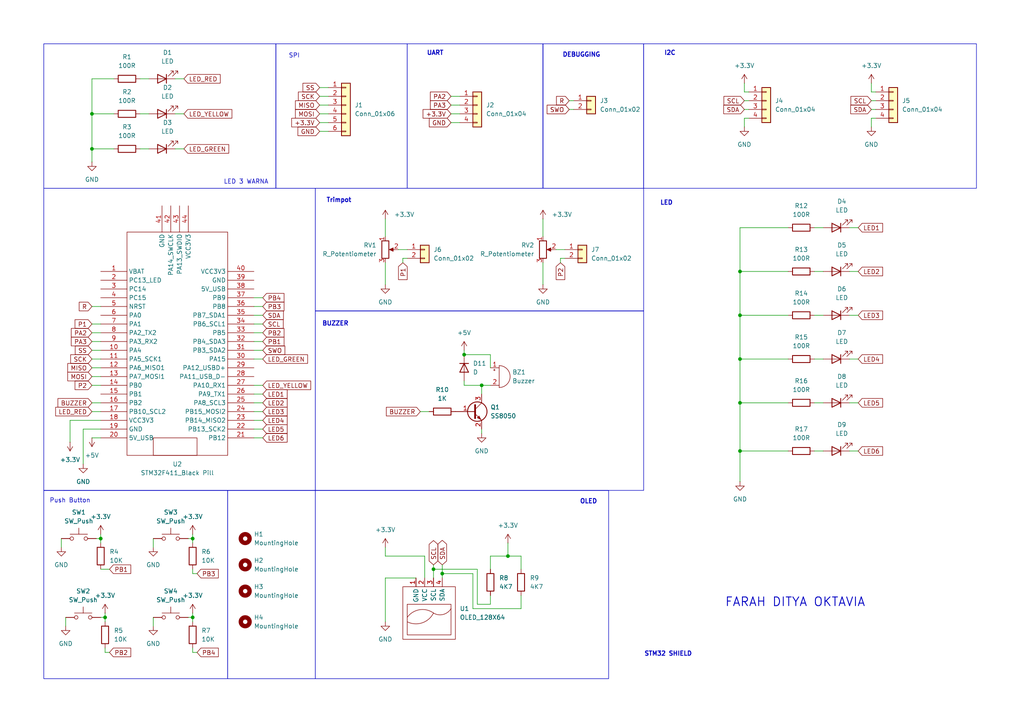
<source format=kicad_sch>
(kicad_sch (version 20231120) (generator "eeschema") (generator_version "8.0")
  (paper "A4")
  (lib_symbols
    (symbol "Connector_Generic:Conn_01x02" (pin_names (offset 1.016) hide)
      (property "Reference" "J" (at 0 2.54 0))
      (property "Value" "Conn_01x02" (at 0 -5.08 0))
      (symbol "Conn_01x02_1_1"
        (rectangle (start -1.27 -2.413) (end 0 -2.667) (stroke (width 0.1524)))
        (rectangle (start -1.27 0.127) (end 0 -0.127) (stroke (width 0.1524)))
        (rectangle (start -1.27 1.27) (end 1.27 -3.81) (stroke (width 0.254)) (fill (type background)))
        (pin passive line (at -5.08 0 0) (length 3.81) (name "Pin_1") (number "1"))
        (pin passive line (at -5.08 -2.54 0) (length 3.81) (name "Pin_2") (number "2"))
      )
    )
    (symbol "Connector_Generic:Conn_01x04" (pin_names (offset 1.016) hide)
      (property "Reference" "J" (at 0 5.08 0))
      (property "Value" "Conn_01x04" (at 0 -7.62 0))
      (symbol "Conn_01x04_1_1"
        (rectangle (start -1.27 -4.953) (end 0 -5.207) (stroke (width 0.1524)))
        (rectangle (start -1.27 -2.413) (end 0 -2.667) (stroke (width 0.1524)))
        (rectangle (start -1.27 0.127) (end 0 -0.127) (stroke (width 0.1524)))
        (rectangle (start -1.27 2.667) (end 0 2.413) (stroke (width 0.1524)))
        (rectangle (start -1.27 3.81) (end 1.27 -6.35) (stroke (width 0.254)) (fill (type background)))
        (pin passive line (at -5.08 2.54 0) (length 3.81) (name "Pin_1") (number "1"))
        (pin passive line (at -5.08 0 0) (length 3.81) (name "Pin_2") (number "2"))
        (pin passive line (at -5.08 -2.54 0) (length 3.81) (name "Pin_3") (number "3"))
        (pin passive line (at -5.08 -5.08 0) (length 3.81) (name "Pin_4") (number "4"))
      )
    )
    (symbol "Connector_Generic:Conn_01x06" (pin_names (offset 1.016) hide)
      (property "Reference" "J" (at 0 7.62 0))
      (property "Value" "Conn_01x06" (at 0 -10.16 0))
      (symbol "Conn_01x06_1_1"
        (rectangle (start -1.27 -7.493) (end 0 -7.747) (stroke (width 0.1524)))
        (rectangle (start -1.27 -4.953) (end 0 -5.207) (stroke (width 0.1524)))
        (rectangle (start -1.27 -2.413) (end 0 -2.667) (stroke (width 0.1524)))
        (rectangle (start -1.27 0.127) (end 0 -0.127) (stroke (width 0.1524)))
        (rectangle (start -1.27 2.667) (end 0 2.413) (stroke (width 0.1524)))
        (rectangle (start -1.27 5.207) (end 0 4.953) (stroke (width 0.1524)))
        (rectangle (start -1.27 6.35) (end 1.27 -8.89) (stroke (width 0.254)) (fill (type background)))
        (pin passive line (at -5.08 5.08 0) (length 3.81) (name "Pin_1") (number "1"))
        (pin passive line (at -5.08 2.54 0) (length 3.81) (name "Pin_2") (number "2"))
        (pin passive line (at -5.08 0 0) (length 3.81) (name "Pin_3") (number "3"))
        (pin passive line (at -5.08 -2.54 0) (length 3.81) (name "Pin_4") (number "4"))
        (pin passive line (at -5.08 -5.08 0) (length 3.81) (name "Pin_5") (number "5"))
        (pin passive line (at -5.08 -7.62 0) (length 3.81) (name "Pin_6") (number "6"))
      )
    )
    (symbol "Device:Buzzer" (pin_names (offset 0.0254) hide)
      (property "Reference" "BZ" (at 3.81 1.27 0))
      (property "Value" "Buzzer" (at 3.81 -1.27 0))
      (symbol "Buzzer_0_1"
        (arc (start 0 -3.175) (mid 3.1612 0) (end 0 3.175))
        (polyline (pts (xy -1.651 1.905) (xy -1.143 1.905)))
        (polyline (pts (xy -1.397 2.159) (xy -1.397 1.651)))
        (polyline (pts (xy 0 3.175) (xy 0 -3.175)))
      )
      (symbol "Buzzer_1_1"
        (pin passive line (at -2.54 2.54 0) (length 2.54) (name "+") (number "1"))
        (pin passive line (at -2.54 -2.54 0) (length 2.54) (name "-") (number "2"))
      )
    )
    (symbol "Device:D" (pin_numbers hide) (pin_names (offset 1.016) hide)
      (property "Reference" "D" (at 0 2.54 0))
      (property "Value" "D" (at 0 -2.54 0))
      (symbol "D_0_1"
        (polyline (pts (xy -1.27 1.27) (xy -1.27 -1.27)) (stroke (width 0.254)))
        (polyline (pts (xy 1.27 0) (xy -1.27 0)))
        (polyline (pts (xy 1.27 1.27) (xy 1.27 -1.27) (xy -1.27 0) (xy 1.27 1.27)) (stroke (width 0.254)))
      )
      (symbol "D_1_1"
        (pin passive line (at -3.81 0 0) (length 2.54) (name "K") (number "1"))
        (pin passive line (at 3.81 0 180) (length 2.54) (name "A") (number "2"))
      )
    )
    (symbol "Device:LED" (pin_numbers hide) (pin_names (offset 1.016) hide)
      (property "Reference" "D" (at 0 2.54 0))
      (property "Value" "LED" (at 0 -2.54 0))
      (symbol "LED_0_1"
        (polyline (pts (xy -1.27 -1.27) (xy -1.27 1.27)) (stroke (width 0.254)))
        (polyline (pts (xy -1.27 0) (xy 1.27 0)))
        (polyline (pts (xy 1.27 -1.27) (xy 1.27 1.27) (xy -1.27 0) (xy 1.27 -1.27)) (stroke (width 0.254)))
        (polyline (pts (xy -3.048 -0.762) (xy -4.572 -2.286) (xy -3.81 -2.286) (xy -4.572 -2.286) (xy -4.572 -1.524)))
        (polyline (pts (xy -1.778 -0.762) (xy -3.302 -2.286) (xy -2.54 -2.286) (xy -3.302 -2.286) (xy -3.302 -1.524)))
      )
      (symbol "LED_1_1"
        (pin passive line (at -3.81 0 0) (length 2.54) (name "K") (number "1"))
        (pin passive line (at 3.81 0 180) (length 2.54) (name "A") (number "2"))
      )
    )
    (symbol "Device:R" (pin_numbers hide) (pin_names (offset 0))
      (property "Reference" "R" (at 2.032 0 90))
      (property "Value" "R" (at 0 0 90))
      (symbol "R_0_1"
        (rectangle (start -1.016 -2.54) (end 1.016 2.54) (stroke (width 0.254)))
      )
      (symbol "R_1_1"
        (pin passive line (at 0 3.81 270) (length 1.27) (name "~") (number "1"))
        (pin passive line (at 0 -3.81 90) (length 1.27) (name "~") (number "2"))
      )
    )
    (symbol "Device:R_Potentiometer" (pin_names (offset 1.016) hide)
      (property "Reference" "RV" (at -4.445 0 90))
      (property "Value" "R_Potentiometer" (at -2.54 0 90))
      (symbol "R_Potentiometer_0_1"
        (polyline (pts (xy 2.54 0) (xy 1.524 0)))
        (polyline (pts (xy 1.143 0) (xy 2.286 0.508) (xy 2.286 -0.508) (xy 1.143 0)) (fill (type outline)))
        (rectangle (start 1.016 2.54) (end -1.016 -2.54) (stroke (width 0.254)))
      )
      (symbol "R_Potentiometer_1_1"
        (pin passive line (at 0 3.81 270) (length 1.27) (name "1") (number "1"))
        (pin passive line (at 3.81 0 180) (length 1.27) (name "2") (number "2"))
        (pin passive line (at 0 -3.81 90) (length 1.27) (name "3") (number "3"))
      )
    )
    (symbol "Mechanical:MountingHole" (pin_names (offset 1.016)) (exclude_from_sim yes) (in_bom no)
      (property "Reference" "H" (at 0 5.08 0))
      (property "Value" "MountingHole" (at 0 3.175 0))
      (symbol "MountingHole_0_1"
        (circle (center 0 0) (radius 1.27) (stroke (width 1.27)))
      )
    )
    (symbol "OLED_Module:OLED_128X64__0.96_I2C"
      (property "Reference" "U" (at 0.508 16.256 0))
      (property "Value" "OLED_128X64" (at 6.35 -1.016 0))
      (symbol "OLED_128X64__0.96_I2C_0_1"
        (polyline (pts (xy 1.27 10.16) (xy 13.97 10.16) (xy 13.97 1.27) (xy 1.27 1.27) (xy 1.27 10.16)))
        (rectangle (start 0 15.24) (end 15.24 0))
        (arc (start 1.27 5.08) (mid 5.6061 4.7718) (end 8.89 7.62))
        (arc (start 8.89 7.62) (mid 4.817 8.5632) (end 1.27 6.35))
        (arc (start 8.89 7.62) (mid 11.693 7.2029) (end 13.97 8.89))
      )
      (symbol "OLED_128X64__0.96_I2C_1_1"
        (pin power_in line (at 3.81 17.78 270) (length 2.54) (name "GND") (number "1"))
        (pin power_in line (at 6.35 17.78 270) (length 2.54) (name "VCC") (number "2"))
        (pin bidirectional line (at 8.89 17.78 270) (length 2.54) (name "SCL") (number "3"))
        (pin bidirectional line (at 11.43 17.78 270) (length 2.54) (name "SDA") (number "4"))
      )
    )
    (symbol "STM32_Module:STM32F411_Black Pill"
      (property "Reference" "U" (at 1.016 1.27 0))
      (property "Value" "STM32F411_Black Pill" (at 10.414 -1.27 0))
      (symbol "STM32F411_Black Pill_0_1"
        (rectangle (start 7.62 0) (end 20.32 5.08))
      )
      (symbol "STM32F411_Black Pill_1_0"
        (rectangle (start 0 64.77) (end 29.21 0))
      )
      (symbol "STM32F411_Black Pill_1_1"
        (pin power_in line (at -7.62 53.34 0) (length 7.62) (name "VBAT") (number "1"))
        (pin bidirectional line (at -7.62 30.48 0) (length 7.62) (name "PA4") (number "10"))
        (pin bidirectional line (at -7.62 27.94 0) (length 7.62) (name "PA5_SCK1") (number "11"))
        (pin bidirectional line (at -7.62 25.4 0) (length 7.62) (name "PA6_MISO1") (number "12"))
        (pin bidirectional line (at -7.62 22.86 0) (length 7.62) (name "PA7_MOSI1") (number "13"))
        (pin bidirectional line (at -7.62 20.32 0) (length 7.62) (name "PB0") (number "14"))
        (pin bidirectional line (at -7.62 17.78 0) (length 7.62) (name "PB1") (number "15"))
        (pin bidirectional line (at -7.62 15.24 0) (length 7.62) (name "PB2") (number "16"))
        (pin input line (at -7.62 12.7 0) (length 7.62) (name "PB10_SCL2") (number "17"))
        (pin bidirectional line (at -7.62 10.16 0) (length 7.62) (name "VCC3V3") (number "18"))
        (pin power_in line (at -7.62 7.62 0) (length 7.62) (name "GND") (number "19"))
        (pin bidirectional line (at -7.62 50.8 0) (length 7.62) (name "PC13_LED") (number "2"))
        (pin power_in line (at -7.62 5.08 0) (length 7.62) (name "5V_USB") (number "20"))
        (pin bidirectional line (at 36.83 5.08 180) (length 7.62) (name "PB12") (number "21"))
        (pin bidirectional line (at 36.83 7.62 180) (length 7.62) (name "PB13_SCK2") (number "22"))
        (pin bidirectional line (at 36.83 10.16 180) (length 7.62) (name "PB14_MISO2") (number "23"))
        (pin bidirectional line (at 36.83 12.7 180) (length 7.62) (name "PB15_MOSI2") (number "24"))
        (pin bidirectional line (at 36.83 15.24 180) (length 7.62) (name "PA8_SCL3") (number "25"))
        (pin bidirectional line (at 36.83 17.78 180) (length 7.62) (name "PA9_TX1") (number "26"))
        (pin bidirectional line (at 36.83 20.32 180) (length 7.62) (name "PA10_RX1") (number "27"))
        (pin bidirectional line (at 36.83 22.86 180) (length 7.62) (name "PA11_USB_D-") (number "28"))
        (pin bidirectional line (at 36.83 25.4 180) (length 7.62) (name "PA12_USBD+") (number "29"))
        (pin bidirectional line (at -7.62 48.26 0) (length 7.62) (name "PC14") (number "3"))
        (pin bidirectional line (at 36.83 27.94 180) (length 7.62) (name "PA15") (number "30"))
        (pin bidirectional line (at 36.83 30.48 180) (length 7.62) (name "PB3_SDA2") (number "31"))
        (pin bidirectional line (at 36.83 33.02 180) (length 7.62) (name "PB4_SDA3") (number "32"))
        (pin bidirectional line (at 36.83 35.56 180) (length 7.62) (name "PB5") (number "33"))
        (pin bidirectional line (at 36.83 38.1 180) (length 7.62) (name "PB6_SCL1") (number "34"))
        (pin bidirectional line (at 36.83 40.64 180) (length 7.62) (name "PB7_SDA1") (number "35"))
        (pin bidirectional line (at 36.83 43.18 180) (length 7.62) (name "PB8") (number "36"))
        (pin bidirectional line (at 36.83 45.72 180) (length 7.62) (name "PB9") (number "37"))
        (pin bidirectional line (at 36.83 48.26 180) (length 7.62) (name "5V_USB") (number "38"))
        (pin power_in line (at 36.83 50.8 180) (length 7.62) (name "GND") (number "39"))
        (pin bidirectional line (at -7.62 45.72 0) (length 7.62) (name "PC15") (number "4"))
        (pin bidirectional line (at 36.83 53.34 180) (length 7.62) (name "VCC3V3") (number "40"))
        (pin power_in line (at 10.16 72.39 270) (length 7.62) (name "GND") (number "41"))
        (pin bidirectional line (at 12.7 72.39 270) (length 7.62) (name "PA14_SWCLK") (number "42"))
        (pin bidirectional line (at 15.24 72.39 270) (length 7.62) (name "PA13_SWDIO") (number "43"))
        (pin bidirectional line (at 17.78 72.39 270) (length 7.62) (name "VCC3V3") (number "44"))
        (pin bidirectional line (at -7.62 43.18 0) (length 7.62) (name "NRST") (number "5"))
        (pin bidirectional line (at -7.62 40.64 0) (length 7.62) (name "PA0") (number "6"))
        (pin bidirectional line (at -7.62 38.1 0) (length 7.62) (name "PA1") (number "7"))
        (pin bidirectional line (at -7.62 35.56 0) (length 7.62) (name "PA2_TX2") (number "8"))
        (pin bidirectional line (at -7.62 33.02 0) (length 7.62) (name "PA3_RX2") (number "9"))
      )
    )
    (symbol "Switch:SW_Push" (pin_numbers hide) (pin_names (offset 1.016) hide)
      (property "Reference" "SW" (at 1.27 2.54 0))
      (property "Value" "SW_Push" (at 0 -1.524 0))
      (symbol "SW_Push_0_1"
        (circle (center -2.032 0) (radius 0.508))
        (polyline (pts (xy 0 1.27) (xy 0 3.048)))
        (polyline (pts (xy 2.54 1.27) (xy -2.54 1.27)))
        (circle (center 2.032 0) (radius 0.508))
        (pin passive line (at -5.08 0 0) (length 2.54) (name "1") (number "1"))
        (pin passive line (at 5.08 0 180) (length 2.54) (name "2") (number "2"))
      )
    )
    (symbol "Transistor_BJT:SS8050" (pin_names (offset 0) hide)
      (property "Reference" "Q" (at 5.08 1.905 0))
      (property "Value" "SS8050" (at 5.08 0 0))
      (symbol "SS8050_0_1"
        (polyline (pts (xy 0.635 0.635) (xy 2.54 2.54)))
        (polyline (pts (xy 0.635 -0.635) (xy 2.54 -2.54) (xy 2.54 -2.54)))
        (polyline (pts (xy 0.635 1.905) (xy 0.635 -1.905) (xy 0.635 -1.905)) (stroke (width 0.508)))
        (polyline (pts (xy 1.27 -1.778) (xy 1.778 -1.27) (xy 2.286 -2.286) (xy 1.27 -1.778) (xy 1.27 -1.778)) (fill (type outline)))
        (circle (center 1.27 0) (radius 2.8194) (stroke (width 0.254)))
      )
      (symbol "SS8050_1_1"
        (pin input line (at -5.08 0 0) (length 5.715) (name "B") (number "1"))
        (pin passive line (at 2.54 -5.08 90) (length 2.54) (name "E") (number "2"))
        (pin passive line (at 2.54 5.08 270) (length 2.54) (name "C") (number "3"))
      )
    )
    (symbol "power:+3.3V" (power) (pin_numbers hide) (pin_names (offset 0) hide)
      (property "Value" "+3.3V" (at 0 3.556 0))
      (symbol "+3.3V_0_1"
        (polyline (pts (xy -0.762 1.27) (xy 0 2.54)))
        (polyline (pts (xy 0 0) (xy 0 2.54)))
        (polyline (pts (xy 0 2.54) (xy 0.762 1.27)))
      )
      (symbol "+3.3V_1_1"
        (pin power_in line (at 0 0 90) (length 0) (name "~") (number "1"))
      )
    )
    (symbol "power:+5V" (power) (pin_names (offset 0))
      (property "Value" "+5V" (at 0 3.556 0))
      (symbol "+5V_0_1"
        (polyline (pts (xy -0.762 1.27) (xy 0 2.54)))
        (polyline (pts (xy 0 0) (xy 0 2.54)))
        (polyline (pts (xy 0 2.54) (xy 0.762 1.27)))
      )
      (symbol "+5V_1_1"
        (pin power_in line (at 0 0 90) (length 0) hide (name "+5V") (number "1"))
      )
    )
    (symbol "power:GND" (power) (pin_numbers hide) (pin_names (offset 0) hide)
      (property "Value" "GND" (at 0 -3.81 0))
      (symbol "GND_0_1"
        (polyline (pts (xy 0 0) (xy 0 -1.27) (xy 1.27 -1.27) (xy 0 -2.54) (xy -1.27 -1.27) (xy 0 -1.27)))
      )
      (symbol "GND_1_1"
        (pin power_in line (at 0 0 270) (length 0) (name "~") (number "1"))
      )
    )
    (symbol "power:VCC" (power) (pin_numbers hide) (pin_names (offset 0) hide)
      (property "Value" "VCC" (at 0 3.556 0))
      (symbol "VCC_0_1"
        (polyline (pts (xy -0.762 1.27) (xy 0 2.54)))
        (polyline (pts (xy 0 0) (xy 0 2.54)))
        (polyline (pts (xy 0 2.54) (xy 0.762 1.27)))
      )
      (symbol "VCC_1_1"
        (pin power_in line (at 0 0 90) (length 0) (name "~") (number "1"))
      )
    )
  )
  (junction (at 55.88 156.21))
  (junction (at 125.73 165.1))
  (junction (at 29.21 156.21))
  (junction (at 26.67 43.18))
  (junction (at 30.48 179.07))
  (junction (at 147.32 161.29))
  (junction (at 134.62 102.87))
  (junction (at 55.88 179.07))
  (junction (at 214.63 91.44))
  (junction (at 214.63 116.84))
  (junction (at 139.7 111.76))
  (junction (at 214.63 130.81))
  (junction (at 214.63 104.14))
  (junction (at 128.27 166.37))
  (junction (at 214.63 78.74))
  (junction (at 26.67 33.02))
  (wire (pts (xy 228.6 104.14) (xy 214.63 104.14)))
  (wire (pts (xy 20.32 121.92) (xy 29.21 121.92)))
  (wire (pts (xy 125.73 163.83) (xy 125.73 165.1)))
  (wire (pts (xy 125.73 165.1) (xy 138.43 165.1)))
  (wire (pts (xy 73.66 124.46) (xy 76.2 124.46)))
  (wire (pts (xy 215.9 31.75) (xy 217.17 31.75)))
  (wire (pts (xy 73.66 114.3) (xy 76.2 114.3)))
  (wire (pts (xy 214.63 78.74) (xy 214.63 91.44)))
  (wire (pts (xy 157.48 76.2) (xy 157.48 82.55)))
  (wire (pts (xy 236.22 130.81) (xy 238.76 130.81)))
  (wire (pts (xy 215.9 24.13) (xy 215.9 26.67)))
  (wire (pts (xy 254 34.29) (xy 252.73 34.29)))
  (wire (pts (xy 215.9 29.21) (xy 217.17 29.21)))
  (wire (pts (xy 246.38 116.84) (xy 248.92 116.84)))
  (wire (pts (xy 33.02 22.86) (xy 26.67 22.86)))
  (wire (pts (xy 27.94 156.21) (xy 29.21 156.21)))
  (wire (pts (xy 73.66 99.06) (xy 76.2 99.06)))
  (wire (pts (xy 73.66 93.98) (xy 76.2 93.98)))
  (wire (pts (xy 151.13 176.53) (xy 137.16 176.53)))
  (wire (pts (xy 111.76 63.5) (xy 111.76 68.58)))
  (wire (pts (xy 215.9 26.67) (xy 217.17 26.67)))
  (wire (pts (xy 118.11 74.93) (xy 116.84 74.93)))
  (wire (pts (xy 26.67 88.9) (xy 29.21 88.9)))
  (wire (pts (xy 30.48 179.07) (xy 30.48 180.34)))
  (wire (pts (xy 24.13 124.46) (xy 24.13 134.62)))
  (wire (pts (xy 26.67 119.38) (xy 29.21 119.38)))
  (wire (pts (xy 57.15 189.23) (xy 55.88 189.23)))
  (wire (pts (xy 29.21 156.21) (xy 29.21 157.48)))
  (wire (pts (xy 157.48 63.5) (xy 157.48 68.58)))
  (wire (pts (xy 236.22 91.44) (xy 238.76 91.44)))
  (wire (pts (xy 228.6 66.04) (xy 214.63 66.04)))
  (wire (pts (xy 246.38 66.04) (xy 248.92 66.04)))
  (wire (pts (xy 50.8 43.18) (xy 53.34 43.18)))
  (wire (pts (xy 246.38 104.14) (xy 248.92 104.14)))
  (wire (pts (xy 44.45 156.21) (xy 44.45 158.75)))
  (wire (pts (xy 130.81 35.56) (xy 133.35 35.56)))
  (wire (pts (xy 40.64 33.02) (xy 43.18 33.02)))
  (wire (pts (xy 128.27 163.83) (xy 128.27 166.37)))
  (wire (pts (xy 252.73 26.67) (xy 254 26.67)))
  (wire (pts (xy 26.67 22.86) (xy 26.67 33.02)))
  (wire (pts (xy 73.66 127) (xy 76.2 127)))
  (wire (pts (xy 120.65 167.64) (xy 111.76 167.64)))
  (wire (pts (xy 26.67 109.22) (xy 29.21 109.22)))
  (wire (pts (xy 123.19 167.64) (xy 123.19 161.29)))
  (wire (pts (xy 142.24 165.1) (xy 142.24 161.29)))
  (wire (pts (xy 50.8 22.86) (xy 53.34 22.86)))
  (wire (pts (xy 236.22 78.74) (xy 238.76 78.74)))
  (wire (pts (xy 123.19 161.29) (xy 111.76 161.29)))
  (wire (pts (xy 26.67 101.6) (xy 29.21 101.6)))
  (wire (pts (xy 162.56 74.93) (xy 162.56 76.2)))
  (wire (pts (xy 236.22 104.14) (xy 238.76 104.14)))
  (wire (pts (xy 26.67 116.84) (xy 29.21 116.84)))
  (wire (pts (xy 73.66 121.92) (xy 76.2 121.92)))
  (wire (pts (xy 55.88 177.8) (xy 55.88 179.07)))
  (wire (pts (xy 142.24 102.87) (xy 142.24 106.68)))
  (wire (pts (xy 214.63 130.81) (xy 214.63 139.7)))
  (wire (pts (xy 252.73 31.75) (xy 254 31.75)))
  (wire (pts (xy 134.62 101.6) (xy 134.62 102.87)))
  (wire (pts (xy 246.38 130.81) (xy 248.92 130.81)))
  (wire (pts (xy 142.24 161.29) (xy 147.32 161.29)))
  (wire (pts (xy 26.67 99.06) (xy 29.21 99.06)))
  (wire (pts (xy 73.66 111.76) (xy 76.2 111.76)))
  (wire (pts (xy 214.63 78.74) (xy 228.6 78.74)))
  (wire (pts (xy 73.66 86.36) (xy 76.2 86.36)))
  (wire (pts (xy 142.24 175.26) (xy 138.43 175.26)))
  (wire (pts (xy 214.63 130.81) (xy 228.6 130.81)))
  (wire (pts (xy 130.81 30.48) (xy 133.35 30.48)))
  (wire (pts (xy 111.76 167.64) (xy 111.76 180.34)))
  (wire (pts (xy 163.83 74.93) (xy 162.56 74.93)))
  (wire (pts (xy 92.71 25.4) (xy 95.25 25.4)))
  (wire (pts (xy 26.67 111.76) (xy 29.21 111.76)))
  (wire (pts (xy 55.88 165.1) (xy 55.88 166.37)))
  (wire (pts (xy 246.38 78.74) (xy 248.92 78.74)))
  (wire (pts (xy 20.32 128.27) (xy 20.32 121.92)))
  (wire (pts (xy 40.64 22.86) (xy 43.18 22.86)))
  (wire (pts (xy 73.66 101.6) (xy 76.2 101.6)))
  (wire (pts (xy 30.48 189.23) (xy 31.75 189.23)))
  (wire (pts (xy 130.81 33.02) (xy 133.35 33.02)))
  (wire (pts (xy 139.7 124.46) (xy 139.7 125.73)))
  (wire (pts (xy 54.61 156.21) (xy 55.88 156.21)))
  (wire (pts (xy 125.73 165.1) (xy 125.73 167.64)))
  (wire (pts (xy 55.88 179.07) (xy 55.88 180.34)))
  (wire (pts (xy 26.67 33.02) (xy 33.02 33.02)))
  (wire (pts (xy 128.27 166.37) (xy 128.27 167.64)))
  (wire (pts (xy 26.67 104.14) (xy 29.21 104.14)))
  (wire (pts (xy 73.66 119.38) (xy 76.2 119.38)))
  (wire (pts (xy 139.7 111.76) (xy 139.7 114.3)))
  (wire (pts (xy 252.73 34.29) (xy 252.73 36.83)))
  (wire (pts (xy 55.88 154.94) (xy 55.88 156.21)))
  (wire (pts (xy 40.64 43.18) (xy 43.18 43.18)))
  (wire (pts (xy 55.88 156.21) (xy 55.88 157.48)))
  (wire (pts (xy 26.67 43.18) (xy 33.02 43.18)))
  (wire (pts (xy 73.66 104.14) (xy 76.2 104.14)))
  (wire (pts (xy 214.63 91.44) (xy 214.63 104.14)))
  (wire (pts (xy 17.78 156.21) (xy 17.78 158.75)))
  (wire (pts (xy 134.62 110.49) (xy 134.62 111.76)))
  (wire (pts (xy 246.38 91.44) (xy 248.92 91.44)))
  (wire (pts (xy 252.73 29.21) (xy 254 29.21)))
  (wire (pts (xy 111.76 161.29) (xy 111.76 158.75)))
  (wire (pts (xy 26.67 33.02) (xy 26.67 43.18)))
  (wire (pts (xy 217.17 34.29) (xy 215.9 34.29)))
  (wire (pts (xy 142.24 172.72) (xy 142.24 175.26)))
  (wire (pts (xy 236.22 116.84) (xy 238.76 116.84)))
  (wire (pts (xy 92.71 38.1) (xy 95.25 38.1)))
  (wire (pts (xy 214.63 66.04) (xy 214.63 78.74)))
  (wire (pts (xy 92.71 27.94) (xy 95.25 27.94)))
  (wire (pts (xy 92.71 35.56) (xy 95.25 35.56)))
  (wire (pts (xy 214.63 116.84) (xy 214.63 130.81)))
  (wire (pts (xy 151.13 172.72) (xy 151.13 176.53)))
  (wire (pts (xy 30.48 177.8) (xy 30.48 179.07)))
  (wire (pts (xy 165.1 31.75) (xy 166.37 31.75)))
  (wire (pts (xy 134.62 111.76) (xy 139.7 111.76)))
  (wire (pts (xy 73.66 88.9) (xy 76.2 88.9)))
  (wire (pts (xy 252.73 24.13) (xy 252.73 26.67)))
  (wire (pts (xy 137.16 176.53) (xy 137.16 166.37)))
  (wire (pts (xy 147.32 157.48) (xy 147.32 161.29)))
  (wire (pts (xy 165.1 29.21) (xy 166.37 29.21)))
  (wire (pts (xy 73.66 91.44) (xy 76.2 91.44)))
  (wire (pts (xy 116.84 74.93) (xy 116.84 76.2)))
  (wire (pts (xy 138.43 175.26) (xy 138.43 165.1)))
  (wire (pts (xy 29.21 165.1) (xy 31.75 165.1)))
  (wire (pts (xy 151.13 165.1) (xy 151.13 161.29)))
  (wire (pts (xy 161.29 72.39) (xy 163.83 72.39)))
  (wire (pts (xy 73.66 116.84) (xy 76.2 116.84)))
  (wire (pts (xy 29.21 154.94) (xy 29.21 156.21)))
  (wire (pts (xy 26.67 93.98) (xy 29.21 93.98)))
  (wire (pts (xy 134.62 102.87) (xy 142.24 102.87)))
  (wire (pts (xy 228.6 116.84) (xy 214.63 116.84)))
  (wire (pts (xy 115.57 72.39) (xy 118.11 72.39)))
  (wire (pts (xy 26.67 43.18) (xy 26.67 46.99)))
  (wire (pts (xy 214.63 104.14) (xy 214.63 116.84)))
  (wire (pts (xy 19.05 179.07) (xy 19.05 181.61)))
  (wire (pts (xy 55.88 189.23) (xy 55.88 187.96)))
  (wire (pts (xy 214.63 91.44) (xy 228.6 91.44)))
  (wire (pts (xy 29.21 124.46) (xy 24.13 124.46)))
  (wire (pts (xy 26.67 96.52) (xy 29.21 96.52)))
  (wire (pts (xy 26.67 127) (xy 29.21 127)))
  (wire (pts (xy 92.71 33.02) (xy 95.25 33.02)))
  (wire (pts (xy 92.71 30.48) (xy 95.25 30.48)))
  (wire (pts (xy 50.8 33.02) (xy 53.34 33.02)))
  (wire (pts (xy 55.88 166.37) (xy 57.15 166.37)))
  (wire (pts (xy 236.22 66.04) (xy 238.76 66.04)))
  (wire (pts (xy 111.76 76.2) (xy 111.76 82.55)))
  (wire (pts (xy 73.66 96.52) (xy 76.2 96.52)))
  (wire (pts (xy 30.48 187.96) (xy 30.48 189.23)))
  (wire (pts (xy 26.67 106.68) (xy 29.21 106.68)))
  (wire (pts (xy 29.21 179.07) (xy 30.48 179.07)))
  (wire (pts (xy 215.9 34.29) (xy 215.9 36.83)))
  (wire (pts (xy 139.7 111.76) (xy 142.24 111.76)))
  (wire (pts (xy 44.45 179.07) (xy 44.45 181.61)))
  (wire (pts (xy 130.81 27.94) (xy 133.35 27.94)))
  (wire (pts (xy 128.27 166.37) (xy 137.16 166.37)))
  (wire (pts (xy 124.46 119.38) (xy 121.92 119.38)))
  (wire (pts (xy 151.13 161.29) (xy 147.32 161.29)))
  (wire (pts (xy 54.61 179.07) (xy 55.88 179.07)))
  (rectangle (start 12.7 54.61) (end 91.44 142.24))
  (rectangle (start 80.01 12.7) (end 118.11 54.61))
  (rectangle (start 66.04 142.24) (end 91.44 196.85))
  (rectangle (start 12.7 12.7) (end 80.01 54.61))
  (rectangle (start 91.44 54.61) (end 186.69 90.17))
  (rectangle (start 12.7 142.24) (end 66.04 196.85))
  (rectangle (start 186.69 12.7) (end 283.21 54.61))
  (rectangle (start 91.44 90.17) (end 186.69 142.24))
  (rectangle (start 118.11 12.7) (end 157.48 54.61))
  (rectangle (start 157.48 12.7) (end 186.69 54.61))
  (rectangle (start 91.44 142.24) (end 176.53 196.85))
  (text "BUZZER" (at 97.282 93.98 0) (effects (font (size 1.27 1.27) (thickness 0.254) (bold yes))))
  (text "Trimpot" (at 98.298 58.166 0) (effects (font (size 1.27 1.27) (thickness 0.254) (bold yes))))
  (text "UART\n" (at 126.238 15.494 0) (effects (font (size 1.27 1.27) (thickness 0.254) (bold yes))))
  (text "Push Button\n" (at 20.32 145.288 0) (effects (font (size 1.27 1.27))))
  (text "DEBUGGING" (at 168.656 16.002 0) (effects (font (size 1.27 1.27) (thickness 0.254) (bold yes))))
  (text "LED " (at 193.802 58.928 0) (effects (font (size 1.27 1.27) (thickness 0.254) (bold yes))))
  (text "I2C\n\n" (at 194.31 16.51 0) (effects (font (size 1.27 1.27) (thickness 0.254) (bold yes))))
  (text "FARAH DITYA OKTAVIA" (at 230.632 174.752 0) (effects (font (size 2.54 2.54) (thickness 0.254) (bold yes))))
  (text "LED 3 WARNA\n" (at 71.374 52.832 0) (effects (font (size 1.27 1.27))))
  (text "OLED " (at 171.196 145.542 0) (effects (font (size 1.27 1.27) (thickness 0.254) (bold yes))))
  (text "SPI" (at 85.344 16.256 0) (effects (font (size 1.27 1.27))))
  (text "STM32 SHIELD" (at 193.802 189.738 0) (effects (font (size 1.27 1.27) (thickness 0.254) (bold yes))))
  (global_label "P2" (shape input) (at 162.56 76.2 270) (property "Intersheetrefs" "${INTERSHEET_REFS}" (effects (hide yes))))
  (global_label "P2" (shape input) (at 26.67 111.76 180) (property "Intersheetrefs" "${INTERSHEET_REFS}" (effects (hide yes))))
  (global_label "LED_RED" (shape input) (at 53.34 22.86 0) (property "Intersheetrefs" "${INTERSHEET_REFS}" (effects (hide yes))))
  (global_label "LED4" (shape input) (at 76.2 121.92 0) (effects (font (thickness 0.1588))) (property "Intersheetrefs" "${INTERSHEET_REFS}" (effects (hide yes))))
  (global_label "LED3" (shape input) (at 248.92 91.44 0) (property "Intersheetrefs" "${INTERSHEET_REFS}" (effects (hide yes))))
  (global_label "LED5" (shape input) (at 76.2 124.46 0) (effects (font (thickness 0.1588))) (property "Intersheetrefs" "${INTERSHEET_REFS}" (effects (hide yes))))
  (global_label "SWO" (shape input) (at 76.2 101.6 0) (effects (font (thickness 0.1588))) (property "Intersheetrefs" "${INTERSHEET_REFS}" (effects (hide yes))))
  (global_label "MISO" (shape input) (at 92.71 30.48 180) (property "Intersheetrefs" "${INTERSHEET_REFS}" (effects (hide yes))))
  (global_label "P1" (shape input) (at 26.67 93.98 180) (property "Intersheetrefs" "${INTERSHEET_REFS}" (effects (hide yes))))
  (global_label "LED_YELLOW" (shape input) (at 53.34 33.02 0) (property "Intersheetrefs" "${INTERSHEET_REFS}" (effects (hide yes))))
  (global_label "SDA" (shape input) (at 252.73 31.75 180) (property "Intersheetrefs" "${INTERSHEET_REFS}" (effects (hide yes))))
  (global_label "PB3" (shape input) (at 76.2 88.9 0) (property "Intersheetrefs" "${INTERSHEET_REFS}" (effects (hide yes))))
  (global_label "SCL" (shape input) (at 215.9 29.21 180) (property "Intersheetrefs" "${INTERSHEET_REFS}" (effects (hide yes))))
  (global_label "BUZZER" (shape input) (at 26.67 116.84 180) (property "Intersheetrefs" "${INTERSHEET_REFS}" (effects (hide yes))))
  (global_label "SDA" (shape input) (at 76.2 91.44 0) (property "Intersheetrefs" "${INTERSHEET_REFS}" (effects (hide yes))))
  (global_label "PB2" (shape input) (at 76.2 96.52 0) (property "Intersheetrefs" "${INTERSHEET_REFS}" (effects (hide yes))))
  (global_label "PB2" (shape input) (at 31.75 189.23 0) (property "Intersheetrefs" "${INTERSHEET_REFS}" (effects (hide yes))))
  (global_label "LED1" (shape input) (at 248.92 66.04 0) (property "Intersheetrefs" "${INTERSHEET_REFS}" (effects (hide yes))))
  (global_label "PA3" (shape input) (at 26.67 99.06 180) (property "Intersheetrefs" "${INTERSHEET_REFS}" (effects (hide yes))))
  (global_label "SS" (shape input) (at 92.71 25.4 180) (property "Intersheetrefs" "${INTERSHEET_REFS}" (effects (hide yes))))
  (global_label "R" (shape input) (at 165.1 29.21 180) (effects (font (thickness 0.1588))) (property "Intersheetrefs" "${INTERSHEET_REFS}" (effects (hide yes))))
  (global_label "PB1" (shape input) (at 31.75 165.1 0) (property "Intersheetrefs" "${INTERSHEET_REFS}" (effects (hide yes))))
  (global_label "SDA" (shape input) (at 215.9 31.75 180) (property "Intersheetrefs" "${INTERSHEET_REFS}" (effects (hide yes))))
  (global_label "LED_YELLOW" (shape input) (at 76.2 111.76 0) (property "Intersheetrefs" "${INTERSHEET_REFS}" (effects (hide yes))))
  (global_label "PA2" (shape input) (at 26.67 96.52 180) (property "Intersheetrefs" "${INTERSHEET_REFS}" (effects (hide yes))))
  (global_label "GND" (shape input) (at 92.71 38.1 180) (property "Intersheetrefs" "${INTERSHEET_REFS}" (effects (hide yes))))
  (global_label "BUZZER" (shape input) (at 121.92 119.38 180) (property "Intersheetrefs" "${INTERSHEET_REFS}" (effects (hide yes))))
  (global_label "SCK" (shape input) (at 92.71 27.94 180) (property "Intersheetrefs" "${INTERSHEET_REFS}" (effects (hide yes))))
  (global_label "PB4" (shape input) (at 57.15 189.23 0) (property "Intersheetrefs" "${INTERSHEET_REFS}" (effects (hide yes))))
  (global_label "SS" (shape input) (at 26.67 101.6 180) (property "Intersheetrefs" "${INTERSHEET_REFS}" (effects (hide yes))))
  (global_label "LED4" (shape input) (at 248.92 104.14 0) (property "Intersheetrefs" "${INTERSHEET_REFS}" (effects (hide yes))))
  (global_label "P1" (shape input) (at 116.84 76.2 270) (property "Intersheetrefs" "${INTERSHEET_REFS}" (effects (hide yes))))
  (global_label "SDA" (shape tri_state) (at 128.27 163.83 90) (property "Intersheetrefs" "${INTERSHEET_REFS}" (effects (hide yes))))
  (global_label "LED_RED" (shape input) (at 26.67 119.38 180) (property "Intersheetrefs" "${INTERSHEET_REFS}" (effects (hide yes))))
  (global_label "GND" (shape input) (at 130.81 35.56 180) (effects (font (thickness 0.1588))) (property "Intersheetrefs" "${INTERSHEET_REFS}" (effects (hide yes))))
  (global_label "MOSI" (shape input) (at 92.71 33.02 180) (property "Intersheetrefs" "${INTERSHEET_REFS}" (effects (hide yes))))
  (global_label "+3.3V" (shape input) (at 130.81 33.02 180) (effects (font (thickness 0.1588))) (property "Intersheetrefs" "${INTERSHEET_REFS}" (effects (hide yes))))
  (global_label "LED1" (shape input) (at 76.2 114.3 0) (effects (font (thickness 0.1588))) (property "Intersheetrefs" "${INTERSHEET_REFS}" (effects (hide yes))))
  (global_label "R" (shape input) (at 26.67 88.9 180) (property "Intersheetrefs" "${INTERSHEET_REFS}" (effects (hide yes))))
  (global_label "LED6" (shape input) (at 248.92 130.81 0) (property "Intersheetrefs" "${INTERSHEET_REFS}" (effects (hide yes))))
  (global_label "SCL" (shape input) (at 252.73 29.21 180) (property "Intersheetrefs" "${INTERSHEET_REFS}" (effects (hide yes))))
  (global_label "PB4" (shape input) (at 76.2 86.36 0) (property "Intersheetrefs" "${INTERSHEET_REFS}" (effects (hide yes))))
  (global_label "LED_GREEN" (shape input) (at 76.2 104.14 0) (property "Intersheetrefs" "${INTERSHEET_REFS}" (effects (hide yes))))
  (global_label "MOSI" (shape input) (at 26.67 109.22 180) (property "Intersheetrefs" "${INTERSHEET_REFS}" (effects (hide yes))))
  (global_label "LED6" (shape input) (at 76.2 127 0) (effects (font (thickness 0.1588))) (property "Intersheetrefs" "${INTERSHEET_REFS}" (effects (hide yes))))
  (global_label "LED2" (shape input) (at 76.2 116.84 0) (effects (font (thickness 0.1588))) (property "Intersheetrefs" "${INTERSHEET_REFS}" (effects (hide yes))))
  (global_label "SCK" (shape input) (at 26.67 104.14 180) (property "Intersheetrefs" "${INTERSHEET_REFS}" (effects (hide yes))))
  (global_label "SCL" (shape input) (at 76.2 93.98 0) (property "Intersheetrefs" "${INTERSHEET_REFS}" (effects (hide yes))))
  (global_label "PB3" (shape input) (at 57.15 166.37 0) (property "Intersheetrefs" "${INTERSHEET_REFS}" (effects (hide yes))))
  (global_label "LED2" (shape input) (at 248.92 78.74 0) (property "Intersheetrefs" "${INTERSHEET_REFS}" (effects (hide yes))))
  (global_label "PA3" (shape input) (at 130.81 30.48 180) (effects (font (thickness 0.1588))) (property "Intersheetrefs" "${INTERSHEET_REFS}" (effects (hide yes))))
  (global_label "LED3" (shape input) (at 76.2 119.38 0) (effects (font (thickness 0.1588))) (property "Intersheetrefs" "${INTERSHEET_REFS}" (effects (hide yes))))
  (global_label "MISO" (shape input) (at 26.67 106.68 180) (property "Intersheetrefs" "${INTERSHEET_REFS}" (effects (hide yes))))
  (global_label "+3.3V" (shape input) (at 92.71 35.56 180) (property "Intersheetrefs" "${INTERSHEET_REFS}" (effects (hide yes))))
  (global_label "LED5" (shape input) (at 248.92 116.84 0) (property "Intersheetrefs" "${INTERSHEET_REFS}" (effects (hide yes))))
  (global_label "SWO" (shape input) (at 165.1 31.75 180) (effects (font (thickness 0.1588))) (property "Intersheetrefs" "${INTERSHEET_REFS}" (effects (hide yes))))
  (global_label "PA2" (shape input) (at 130.81 27.94 180) (effects (font (thickness 0.1588))) (property "Intersheetrefs" "${INTERSHEET_REFS}" (effects (hide yes))))
  (global_label "PB1" (shape input) (at 76.2 99.06 0) (property "Intersheetrefs" "${INTERSHEET_REFS}" (effects (hide yes))))
  (global_label "SCL" (shape tri_state) (at 125.73 163.83 90) (property "Intersheetrefs" "${INTERSHEET_REFS}" (effects (hide yes))))
  (global_label "LED_GREEN" (shape input) (at 53.34 43.18 0) (property "Intersheetrefs" "${INTERSHEET_REFS}" (effects (hide yes))))
  (symbol (lib_id "Device:R") (at 128.27 119.38 90) (unit 1)
    (property "Reference" "R10" (at 128.27 113.03 90))
    (property "Value" "1K" (at 128.27 115.57 90))
    (property "Footprint" "Resistor_THT:R_Axial_DIN0204_L3.6mm_D1.6mm_P5.08mm_Horizontal" (effects (hide yes)))
    (property "Description" "Resistor" (effects (hide yes)))
  )
  (symbol (lib_id "Connector_Generic:Conn_01x04") (at 222.25 29.21 0) (unit 1)
    (property "Reference" "J4" (at 224.79 29.2099 0) (effects (justify left)))
    (property "Value" "Conn_01x04" (at 224.79 31.7499 0) (effects (justify left)))
    (property "Footprint" "Connector_JST:JST_XH_B4B-XH-A_1x04_P2.50mm_Vertical" (effects (hide yes)))
    (property "Description" "Generic connector, single row, 01x04, script generated (kicad-library-utils/schlib/autogen/connector/)" (effects (hide yes)))
  )
  (symbol (lib_id "Mechanical:MountingHole") (at 71.12 180.34 0) (unit 1) (exclude_from_sim yes) (in_bom no)
    (property "Reference" "H4" (at 73.66 179.0699 0) (effects (justify left)))
    (property "Value" "MountingHole" (at 73.66 181.6099 0) (effects (justify left)))
    (property "Footprint" "MountingHole:MountingHole_2.2mm_M2_DIN965_Pad" (effects (hide yes)))
    (property "Description" "Mounting Hole without connection" (effects (hide yes)))
  )
  (symbol (lib_id "power:VCC") (at 55.88 154.94 0) (unit 1)
    (property "Reference" "#PWR021" (effects (hide yes)))
    (property "Value" "+3.3V" (at 55.88 149.86 0))
    (property "Description" "Power symbol creates a global label with name \"VCC\"" (effects (hide yes)))
  )
  (symbol (lib_id "Device:R") (at 151.13 168.91 0) (unit 1)
    (property "Reference" "R9" (at 153.67 167.6399 0) (effects (justify left)))
    (property "Value" "4K7" (at 153.67 170.1799 0) (effects (justify left)))
    (property "Footprint" "Resistor_THT:R_Axial_DIN0204_L3.6mm_D1.6mm_P5.08mm_Horizontal" (effects (hide yes)))
    (property "Description" "Resistor" (effects (hide yes)))
  )
  (symbol (lib_id "Device:R") (at 232.41 91.44 90) (unit 1)
    (property "Reference" "R14" (at 232.41 85.09 90))
    (property "Value" "100R" (at 232.41 87.63 90))
    (property "Footprint" "Resistor_SMD:R_1206_3216Metric" (effects (hide yes)))
    (property "Description" "Resistor" (effects (hide yes)))
  )
  (symbol (lib_id "power:GND") (at 214.63 139.7 0) (unit 1)
    (property "Reference" "#PWR029" (effects (hide yes)))
    (property "Value" "GND" (at 214.63 144.78 0))
    (property "Description" "Power symbol creates a global label with name \"GND\" , ground" (effects (hide yes)))
  )
  (symbol (lib_id "Switch:SW_Push") (at 49.53 179.07 0) (unit 1)
    (property "Reference" "SW4" (at 49.53 171.45 0))
    (property "Value" "SW_Push" (at 49.53 173.99 0))
    (property "Footprint" "Button_Switch_THT:SW_PUSH_6mm_H4.3mm" (effects (hide yes)))
    (property "Description" "Push button switch, generic, two pins" (effects (hide yes)))
  )
  (symbol (lib_id "Device:LED") (at 242.57 91.44 180) (unit 1)
    (property "Reference" "D6" (at 244.1575 83.82 0))
    (property "Value" "LED" (at 244.1575 86.36 0))
    (property "Footprint" "LED_THT:LED_D3.0mm" (effects (hide yes)))
    (property "Description" "Light emitting diode" (effects (hide yes)))
  )
  (symbol (lib_id "power:VCC") (at 30.48 177.8 0) (unit 1)
    (property "Reference" "#PWR012" (effects (hide yes)))
    (property "Value" "+3.3V" (at 30.48 172.72 0))
    (property "Description" "Power symbol creates a global label with name \"VCC\"" (effects (hide yes)))
  )
  (symbol (lib_id "power:GND") (at 26.67 46.99 0) (unit 1)
    (property "Reference" "#PWR013" (effects (hide yes)))
    (property "Value" "GND" (at 26.67 52.07 0))
    (property "Description" "Power symbol creates a global label with name \"GND\" , ground" (effects (hide yes)))
  )
  (symbol (lib_id "power:VCC") (at 215.9 24.13 0) (unit 1)
    (property "Reference" "#PWR01" (effects (hide yes)))
    (property "Value" "+3.3V" (at 215.9 19.05 0))
    (property "Description" "Power symbol creates a global label with name \"VCC\"" (effects (hide yes)))
  )
  (symbol (lib_id "power:VCC") (at 20.32 128.27 180) (unit 1)
    (property "Reference" "#PWR019" (effects (hide yes)))
    (property "Value" "+3.3V" (at 20.32 133.35 0))
    (property "Description" "Power symbol creates a global label with name \"VCC\"" (effects (hide yes)))
  )
  (symbol (lib_id "power:GND") (at 17.78 158.75 0) (unit 1)
    (property "Reference" "#PWR07" (effects (hide yes)))
    (property "Value" "GND" (at 17.78 163.83 0))
    (property "Description" "Power symbol creates a global label with name \"GND\" , ground" (effects (hide yes)))
  )
  (symbol (lib_id "OLED_Module:OLED_128X64__0.96_I2C") (at 116.84 185.42 0) (unit 1)
    (property "Reference" "U1" (at 133.35 176.5299 0) (effects (justify left)))
    (property "Value" "OLED_128X64" (at 133.35 179.0699 0) (effects (justify left)))
    (property "Footprint" "WeAct_Black_Pill_V2.0:128x64OLED" (effects (hide yes)))
  )
  (symbol (lib_id "power:+3.3V") (at 111.76 63.5 0) (unit 1)
    (property "Reference" "#PWR014" (effects (hide yes)))
    (property "Value" "+3.3V" (at 114.3 62.2299 0) (effects (justify left)))
    (property "Description" "Power symbol creates a global label with name \"+3.3V\"" (effects (hide yes)))
  )
  (symbol (lib_id "power:GND") (at 157.48 82.55 0) (unit 1)
    (property "Reference" "#PWR017" (effects (hide yes)))
    (property "Value" "GND" (at 157.48 87.63 0))
    (property "Description" "Power symbol creates a global label with name \"GND\" , ground" (effects (hide yes)))
  )
  (symbol (lib_id "Device:R") (at 232.41 78.74 90) (unit 1)
    (property "Reference" "R13" (at 232.41 72.39 90))
    (property "Value" "100R" (at 232.41 74.93 90))
    (property "Footprint" "Resistor_SMD:R_1206_3216Metric" (effects (hide yes)))
    (property "Description" "Resistor" (effects (hide yes)))
  )
  (symbol (lib_id "Connector_Generic:Conn_01x04") (at 259.08 29.21 0) (unit 1)
    (property "Reference" "J5" (at 261.62 29.2099 0) (effects (justify left)))
    (property "Value" "Conn_01x04" (at 261.62 31.7499 0) (effects (justify left)))
    (property "Footprint" "Connector_JST:JST_XH_B4B-XH-A_1x04_P2.50mm_Vertical" (effects (hide yes)))
    (property "Description" "Generic connector, single row, 01x04, script generated (kicad-library-utils/schlib/autogen/connector/)" (effects (hide yes)))
  )
  (symbol (lib_id "power:+3.3V") (at 147.32 157.48 0) (unit 1)
    (property "Reference" "#PWR023" (effects (hide yes)))
    (property "Value" "+3.3V" (at 147.32 152.4 0))
    (property "Description" "Power symbol creates a global label with name \"+3.3V\"" (effects (hide yes)))
  )
  (symbol (lib_id "Device:LED") (at 46.99 22.86 180) (unit 1)
    (property "Reference" "D1" (at 48.5775 15.24 0))
    (property "Value" "LED" (at 48.5775 17.78 0))
    (property "Footprint" "LED_THT:LED_D3.0mm" (effects (hide yes)))
    (property "Description" "Light emitting diode" (effects (hide yes)))
  )
  (symbol (lib_id "Device:R_Potentiometer") (at 111.76 72.39 0) (unit 1)
    (property "Reference" "RV1" (at 109.22 71.1199 0) (effects (justify right)))
    (property "Value" "R_Potentiometer" (at 109.22 73.6599 0) (effects (justify right)))
    (property "Footprint" "WeAct_Black_Pill_V2.0:Potentiometer_Bourns_3386P_V" (effects (hide yes)))
    (property "Description" "Potentiometer" (effects (hide yes)))
  )
  (symbol (lib_id "Mechanical:MountingHole") (at 71.12 156.21 0) (unit 1) (exclude_from_sim yes) (in_bom no)
    (property "Reference" "H1" (at 73.66 154.9399 0) (effects (justify left)))
    (property "Value" "MountingHole" (at 73.66 157.4799 0) (effects (justify left)))
    (property "Footprint" "MountingHole:MountingHole_2.2mm_M2_DIN965_Pad" (effects (hide yes)))
    (property "Description" "Mounting Hole without connection" (effects (hide yes)))
  )
  (symbol (lib_id "power:GND") (at 139.7 125.73 0) (unit 1)
    (property "Reference" "#PWR025" (effects (hide yes)))
    (property "Value" "GND" (at 139.7 130.81 0))
    (property "Description" "Power symbol creates a global label with name \"GND\" , ground" (effects (hide yes)))
  )
  (symbol (lib_id "Device:LED") (at 242.57 66.04 180) (unit 1)
    (property "Reference" "D4" (at 244.1575 58.42 0))
    (property "Value" "LED" (at 244.1575 60.96 0))
    (property "Footprint" "LED_THT:LED_D3.0mm" (effects (hide yes)))
    (property "Description" "Light emitting diode" (effects (hide yes)))
  )
  (symbol (lib_id "Connector_Generic:Conn_01x02") (at 123.19 72.39 0) (unit 1)
    (property "Reference" "J6" (at 125.73 72.3899 0) (effects (justify left)))
    (property "Value" "Conn_01x02" (at 125.73 74.9299 0) (effects (justify left)))
    (property "Footprint" "Connector_JST:JST_XH_B2B-XH-A_1x02_P2.50mm_Vertical" (effects (hide yes)))
    (property "Description" "Generic connector, single row, 01x02, script generated (kicad-library-utils/schlib/autogen/connector/)" (effects (hide yes)))
  )
  (symbol (lib_id "Device:R") (at 232.41 116.84 90) (unit 1)
    (property "Reference" "R16" (at 232.41 110.49 90))
    (property "Value" "100R" (at 232.41 113.03 90))
    (property "Footprint" "Resistor_SMD:R_1206_3216Metric" (effects (hide yes)))
    (property "Description" "Resistor" (effects (hide yes)))
  )
  (symbol (lib_id "Device:D") (at 134.62 106.68 270) (unit 1)
    (property "Reference" "D11" (at 137.16 105.4099 90) (effects (justify left)))
    (property "Value" "D" (at 137.16 107.9499 90) (effects (justify left)))
    (property "Footprint" "Diode_THT:D_5W_P12.70mm_Horizontal" (effects (hide yes)))
    (property "Description" "Diode" (effects (hide yes)))
    (property "Sim.Device" "D" (effects (hide yes)))
    (property "Sim.Pins" "1=K 2=A" (effects (hide yes)))
  )
  (symbol (lib_id "power:GND") (at 19.05 181.61 0) (unit 1)
    (property "Reference" "#PWR08" (effects (hide yes)))
    (property "Value" "GND" (at 19.05 186.69 0))
    (property "Description" "Power symbol creates a global label with name \"GND\" , ground" (effects (hide yes)))
  )
  (symbol (lib_id "power:+3.3V") (at 157.48 63.5 0) (unit 1)
    (property "Reference" "#PWR016" (effects (hide yes)))
    (property "Value" "+3.3V" (at 160.02 62.2299 0) (effects (justify left)))
    (property "Description" "Power symbol creates a global label with name \"+3.3V\"" (effects (hide yes)))
  )
  (symbol (lib_id "Device:LED") (at 242.57 116.84 180) (unit 1)
    (property "Reference" "D8" (at 244.1575 109.22 0))
    (property "Value" "LED" (at 244.1575 111.76 0))
    (property "Footprint" "LED_THT:LED_D3.0mm" (effects (hide yes)))
    (property "Description" "Light emitting diode" (effects (hide yes)))
  )
  (symbol (lib_id "Device:R_Potentiometer") (at 157.48 72.39 0) (unit 1)
    (property "Reference" "RV2" (at 154.94 71.1199 0) (effects (justify right)))
    (property "Value" "R_Potentiometer" (at 154.94 73.6599 0) (effects (justify right)))
    (property "Footprint" "WeAct_Black_Pill_V2.0:Potentiometer_Bourns_3386P_V" (effects (hide yes)))
    (property "Description" "Potentiometer" (effects (hide yes)))
  )
  (symbol (lib_id "Mechanical:MountingHole") (at 71.12 171.45 0) (unit 1) (exclude_from_sim yes) (in_bom no)
    (property "Reference" "H3" (at 73.66 170.1799 0) (effects (justify left)))
    (property "Value" "MountingHole" (at 73.66 172.7199 0) (effects (justify left)))
    (property "Footprint" "MountingHole:MountingHole_2.2mm_M2_DIN965_Pad" (effects (hide yes)))
    (property "Description" "Mounting Hole without connection" (effects (hide yes)))
  )
  (symbol (lib_id "power:GND") (at 24.13 134.62 0) (unit 1)
    (property "Reference" "#PWR020" (effects (hide yes)))
    (property "Value" "GND" (at 24.13 139.7 0))
    (property "Description" "Power symbol creates a global label with name \"GND\" , ground" (effects (hide yes)))
  )
  (symbol (lib_id "Device:Buzzer") (at 144.78 109.22 0) (unit 1)
    (property "Reference" "BZ1" (at 148.59 107.9499 0) (effects (justify left)))
    (property "Value" "Buzzer" (at 148.59 110.4899 0) (effects (justify left)))
    (property "Footprint" "Buzzer_Beeper:Buzzer_12x9.5RM7.6" (effects (hide yes)))
    (property "Description" "Buzzer, polarized" (effects (hide yes)))
  )
  (symbol (lib_id "power:VCC") (at 252.73 24.13 0) (unit 1)
    (property "Reference" "#PWR03" (effects (hide yes)))
    (property "Value" "+3.3V" (at 252.73 19.05 0))
    (property "Description" "Power symbol creates a global label with name \"VCC\"" (effects (hide yes)))
  )
  (symbol (lib_id "Device:R") (at 232.41 66.04 90) (unit 1)
    (property "Reference" "R12" (at 232.41 59.69 90))
    (property "Value" "100R" (at 232.41 62.23 90))
    (property "Footprint" "Resistor_SMD:R_1206_3216Metric" (effects (hide yes)))
    (property "Description" "Resistor" (effects (hide yes)))
  )
  (symbol (lib_id "Connector_Generic:Conn_01x02") (at 171.45 29.21 0) (unit 1)
    (property "Reference" "J3" (at 173.99 29.2099 0) (effects (justify left)))
    (property "Value" "Conn_01x02" (at 173.99 31.7499 0) (effects (justify left)))
    (property "Footprint" "Connector_JST:JST_XH_B2B-XH-A_1x02_P2.50mm_Vertical" (effects (hide yes)))
    (property "Description" "Generic connector, single row, 01x02, script generated (kicad-library-utils/schlib/autogen/connector/)" (effects (hide yes)))
  )
  (symbol (lib_id "power:+5V") (at 134.62 101.6 0) (unit 1)
    (property "Reference" "#PWR024" (effects (hide yes)))
    (property "Value" "+5V" (at 134.62 96.52 0))
    (property "Description" "Power symbol creates a global label with name \"+5V\"" (effects (hide yes)))
  )
  (symbol (lib_id "power:GND") (at 111.76 82.55 0) (unit 1)
    (property "Reference" "#PWR015" (effects (hide yes)))
    (property "Value" "GND" (at 111.76 87.63 0))
    (property "Description" "Power symbol creates a global label with name \"GND\" , ground" (effects (hide yes)))
  )
  (symbol (lib_id "power:GND") (at 44.45 181.61 0) (unit 1)
    (property "Reference" "#PWR010" (effects (hide yes)))
    (property "Value" "GND" (at 44.45 186.69 0))
    (property "Description" "Power symbol creates a global label with name \"GND\" , ground" (effects (hide yes)))
  )
  (symbol (lib_id "Connector_Generic:Conn_01x06") (at 100.33 30.48 0) (unit 1)
    (property "Reference" "J1" (at 102.87 30.4799 0) (effects (justify left)))
    (property "Value" "Conn_01x06" (at 102.87 33.0199 0) (effects (justify left)))
    (property "Footprint" "Connector_JST:JST_XH_B6B-XH-A_1x06_P2.50mm_Vertical" (effects (hide yes)))
    (property "Description" "Generic connector, single row, 01x06, script generated (kicad-library-utils/schlib/autogen/connector/)" (effects (hide yes)))
  )
  (symbol (lib_id "Device:R") (at 55.88 161.29 0) (unit 1)
    (property "Reference" "R6" (at 58.42 160.0199 0) (effects (justify left)))
    (property "Value" "10K" (at 58.42 162.5599 0) (effects (justify left)))
    (property "Footprint" "Resistor_SMD:R_1206_3216Metric" (effects (hide yes)))
    (property "Description" "Resistor" (effects (hide yes)))
  )
  (symbol (lib_id "Device:R") (at 232.41 130.81 90) (unit 1)
    (property "Reference" "R17" (at 232.41 124.46 90))
    (property "Value" "100R" (at 232.41 127 90))
    (property "Footprint" "Resistor_SMD:R_1206_3216Metric" (effects (hide yes)))
    (property "Description" "Resistor" (effects (hide yes)))
  )
  (symbol (lib_id "Device:R") (at 30.48 184.15 0) (unit 1)
    (property "Reference" "R5" (at 33.02 182.8799 0) (effects (justify left)))
    (property "Value" "10K" (at 33.02 185.4199 0) (effects (justify left)))
    (property "Footprint" "Resistor_SMD:R_1206_3216Metric" (effects (hide yes)))
    (property "Description" "Resistor" (effects (hide yes)))
  )
  (symbol (lib_id "Device:LED") (at 242.57 130.81 180) (unit 1)
    (property "Reference" "D9" (at 244.1575 123.19 0))
    (property "Value" "LED" (at 244.1575 125.73 0))
    (property "Footprint" "LED_THT:LED_D3.0mm" (effects (hide yes)))
    (property "Description" "Light emitting diode" (effects (hide yes)))
  )
  (symbol (lib_id "power:VCC") (at 26.67 127 180) (unit 1)
    (property "Reference" "#PWR018" (effects (hide yes)))
    (property "Value" "+5V" (at 26.67 132.08 0))
    (property "Description" "Power symbol creates a global label with name \"VCC\"" (effects (hide yes)))
  )
  (symbol (lib_id "Device:LED") (at 46.99 33.02 180) (unit 1)
    (property "Reference" "D2" (at 48.5775 25.4 0))
    (property "Value" "LED" (at 48.5775 27.94 0))
    (property "Footprint" "LED_THT:LED_D3.0mm" (effects (hide yes)))
    (property "Description" "Light emitting diode" (effects (hide yes)))
  )
  (symbol (lib_id "Connector_Generic:Conn_01x02") (at 168.91 72.39 0) (unit 1)
    (property "Reference" "J7" (at 171.45 72.3899 0) (effects (justify left)))
    (property "Value" "Conn_01x02" (at 171.45 74.9299 0) (effects (justify left)))
    (property "Footprint" "Connector_JST:JST_XH_B2B-XH-A_1x02_P2.50mm_Vertical" (effects (hide yes)))
    (property "Description" "Generic connector, single row, 01x02, script generated (kicad-library-utils/schlib/autogen/connector/)" (effects (hide yes)))
  )
  (symbol (lib_id "Device:R") (at 232.41 104.14 90) (unit 1)
    (property "Reference" "R15" (at 232.41 97.79 90))
    (property "Value" "100R" (at 232.41 100.33 90))
    (property "Footprint" "Resistor_SMD:R_1206_3216Metric" (effects (hide yes)))
    (property "Description" "Resistor" (effects (hide yes)))
  )
  (symbol (lib_id "power:VCC") (at 55.88 177.8 0) (unit 1)
    (property "Reference" "#PWR022" (effects (hide yes)))
    (property "Value" "+3.3V" (at 55.88 172.72 0))
    (property "Description" "Power symbol creates a global label with name \"VCC\"" (effects (hide yes)))
  )
  (symbol (lib_id "Device:R") (at 29.21 161.29 0) (unit 1)
    (property "Reference" "R4" (at 31.75 160.0199 0) (effects (justify left)))
    (property "Value" "10K" (at 31.75 162.5599 0) (effects (justify left)))
    (property "Footprint" "Resistor_SMD:R_1206_3216Metric" (effects (hide yes)))
    (property "Description" "Resistor" (effects (hide yes)))
  )
  (symbol (lib_id "power:GND") (at 215.9 36.83 0) (unit 1)
    (property "Reference" "#PWR02" (effects (hide yes)))
    (property "Value" "GND" (at 215.9 41.91 0))
    (property "Description" "Power symbol creates a global label with name \"GND\" , ground" (effects (hide yes)))
  )
  (symbol (lib_id "Switch:SW_Push") (at 49.53 156.21 0) (unit 1)
    (property "Reference" "SW3" (at 49.53 148.59 0))
    (property "Value" "SW_Push" (at 49.53 151.13 0))
    (property "Footprint" "Button_Switch_THT:SW_PUSH_6mm_H4.3mm" (effects (hide yes)))
    (property "Description" "Push button switch, generic, two pins" (effects (hide yes)))
  )
  (symbol (lib_id "Switch:SW_Push") (at 24.13 179.07 0) (unit 1)
    (property "Reference" "SW2" (at 24.13 171.45 0))
    (property "Value" "SW_Push" (at 24.13 173.99 0))
    (property "Footprint" "Button_Switch_THT:SW_PUSH_6mm_H4.3mm" (effects (hide yes)))
    (property "Description" "Push button switch, generic, two pins" (effects (hide yes)))
  )
  (symbol (lib_id "power:+3.3V") (at 111.76 158.75 0) (unit 1)
    (property "Reference" "#PWR05" (effects (hide yes)))
    (property "Value" "+3.3V" (at 111.76 153.67 0))
    (property "Description" "Power symbol creates a global label with name \"+3.3V\"" (effects (hide yes)))
  )
  (symbol (lib_id "Device:LED") (at 242.57 104.14 180) (unit 1)
    (property "Reference" "D7" (at 244.1575 96.52 0))
    (property "Value" "LED" (at 244.1575 99.06 0))
    (property "Footprint" "LED_THT:LED_D3.0mm" (effects (hide yes)))
    (property "Description" "Light emitting diode" (effects (hide yes)))
  )
  (symbol (lib_id "Connector_Generic:Conn_01x04") (at 138.43 30.48 0) (unit 1)
    (property "Reference" "J2" (at 140.97 30.4799 0) (effects (justify left)))
    (property "Value" "Conn_01x04" (at 140.97 33.0199 0) (effects (justify left)))
    (property "Footprint" "Connector_JST:JST_XH_B4B-XH-A_1x04_P2.50mm_Vertical" (effects (hide yes)))
    (property "Description" "Generic connector, single row, 01x04, script generated (kicad-library-utils/schlib/autogen/connector/)" (effects (hide yes)))
  )
  (symbol (lib_id "power:VCC") (at 29.21 154.94 0) (unit 1)
    (property "Reference" "#PWR011" (effects (hide yes)))
    (property "Value" "+3.3V" (at 29.21 149.86 0))
    (property "Description" "Power symbol creates a global label with name \"VCC\"" (effects (hide yes)))
  )
  (symbol (lib_id "Device:R") (at 55.88 184.15 0) (unit 1)
    (property "Reference" "R7" (at 58.42 182.8799 0) (effects (justify left)))
    (property "Value" "10K" (at 58.42 185.4199 0) (effects (justify left)))
    (property "Footprint" "Resistor_SMD:R_1206_3216Metric" (effects (hide yes)))
    (property "Description" "Resistor" (effects (hide yes)))
  )
  (symbol (lib_id "Device:R") (at 36.83 33.02 90) (unit 1)
    (property "Reference" "R2" (at 36.83 26.67 90))
    (property "Value" "100R" (at 36.83 29.21 90))
    (property "Footprint" "Resistor_SMD:R_1206_3216Metric" (effects (hide yes)))
    (property "Description" "Resistor" (effects (hide yes)))
  )
  (symbol (lib_id "Device:R") (at 36.83 43.18 90) (unit 1)
    (property "Reference" "R3" (at 36.83 36.83 90))
    (property "Value" "100R" (at 36.83 39.37 90))
    (property "Footprint" "Resistor_SMD:R_1206_3216Metric" (effects (hide yes)))
    (property "Description" "Resistor" (effects (hide yes)))
  )
  (symbol (lib_id "Device:LED") (at 46.99 43.18 180) (unit 1)
    (property "Reference" "D3" (at 48.5775 35.56 0))
    (property "Value" "LED" (at 48.5775 38.1 0))
    (property "Footprint" "LED_THT:LED_D3.0mm" (effects (hide yes)))
    (property "Description" "Light emitting diode" (effects (hide yes)))
  )
  (symbol (lib_id "Device:R") (at 36.83 22.86 90) (unit 1)
    (property "Reference" "R1" (at 36.83 16.51 90))
    (property "Value" "100R" (at 36.83 19.05 90))
    (property "Footprint" "Resistor_SMD:R_1206_3216Metric" (effects (hide yes)))
    (property "Description" "Resistor" (effects (hide yes)))
  )
  (symbol (lib_id "STM32_Module:STM32F411_Black Pill") (at 36.83 132.08 0) (unit 1)
    (property "Reference" "U2" (at 51.435 134.62 0))
    (property "Value" "STM32F411_Black Pill" (at 51.435 137.16 0))
    (property "Footprint" "WeAct_Black_Pill_V2.0:STM32F411_Black Pill" (effects (hide yes)))
  )
  (symbol (lib_id "power:GND") (at 252.73 36.83 0) (unit 1)
    (property "Reference" "#PWR04" (effects (hide yes)))
    (property "Value" "GND" (at 252.73 41.91 0))
    (property "Description" "Power symbol creates a global label with name \"GND\" , ground" (effects (hide yes)))
  )
  (symbol (lib_id "power:GND") (at 44.45 158.75 0) (unit 1)
    (property "Reference" "#PWR09" (effects (hide yes)))
    (property "Value" "GND" (at 44.45 163.83 0))
    (property "Description" "Power symbol creates a global label with name \"GND\" , ground" (effects (hide yes)))
  )
  (symbol (lib_id "power:GND") (at 111.76 180.34 0) (unit 1)
    (property "Reference" "#PWR06" (effects (hide yes)))
    (property "Value" "GND" (at 111.76 185.42 0))
    (property "Description" "Power symbol creates a global label with name \"GND\" , ground" (effects (hide yes)))
  )
  (symbol (lib_id "Mechanical:MountingHole") (at 71.12 163.83 0) (unit 1) (exclude_from_sim yes) (in_bom no)
    (property "Reference" "H2" (at 73.66 162.5599 0) (effects (justify left)))
    (property "Value" "MountingHole" (at 73.66 165.0999 0) (effects (justify left)))
    (property "Footprint" "MountingHole:MountingHole_2.2mm_M2_DIN965_Pad" (effects (hide yes)))
    (property "Description" "Mounting Hole without connection" (effects (hide yes)))
  )
  (symbol (lib_id "Switch:SW_Push") (at 22.86 156.21 0) (unit 1)
    (property "Reference" "SW1" (at 22.86 148.59 0))
    (property "Value" "SW_Push" (at 22.86 151.13 0))
    (property "Footprint" "Button_Switch_THT:SW_PUSH_6mm_H4.3mm" (effects (hide yes)))
    (property "Description" "Push button switch, generic, two pins" (effects (hide yes)))
  )
  (symbol (lib_id "Transistor_BJT:SS8050") (at 137.16 119.38 0) (unit 1)
    (property "Reference" "Q1" (at 142.24 118.1099 0) (effects (justify left)))
    (property "Value" "SS8050" (at 142.24 120.6499 0) (effects (justify left)))
    (property "Footprint" "Package_TO_SOT_THT:TO-92L_Inline_Wide" (effects (hide yes)))
    (property "Datasheet" "http://www.secosgmbh.com/datasheet/products/SSMPTransistor/SOT-23/SS8050.pdf" (effects (hide yes)))
    (property "Description" "General Purpose NPN Transistor, 1.5A Ic, 25V Vce, SOT-23" (effects (hide yes)))
  )
  (symbol (lib_id "Device:LED") (at 242.57 78.74 180) (unit 1)
    (property "Reference" "D5" (at 244.1575 71.12 0))
    (property "Value" "LED" (at 244.1575 73.66 0))
    (property "Footprint" "LED_THT:LED_D3.0mm" (effects (hide yes)))
    (property "Description" "Light emitting diode" (effects (hide yes)))
  )
  (symbol (lib_id "Device:R") (at 142.24 168.91 0) (unit 1)
    (property "Reference" "R8" (at 144.78 167.6399 0) (effects (justify left)))
    (property "Value" "4K7" (at 144.78 170.1799 0) (effects (justify left)))
    (property "Footprint" "Resistor_THT:R_Axial_DIN0204_L3.6mm_D1.6mm_P5.08mm_Horizontal" (effects (hide yes)))
    (property "Description" "Resistor" (effects (hide yes)))
  )
)
</source>
